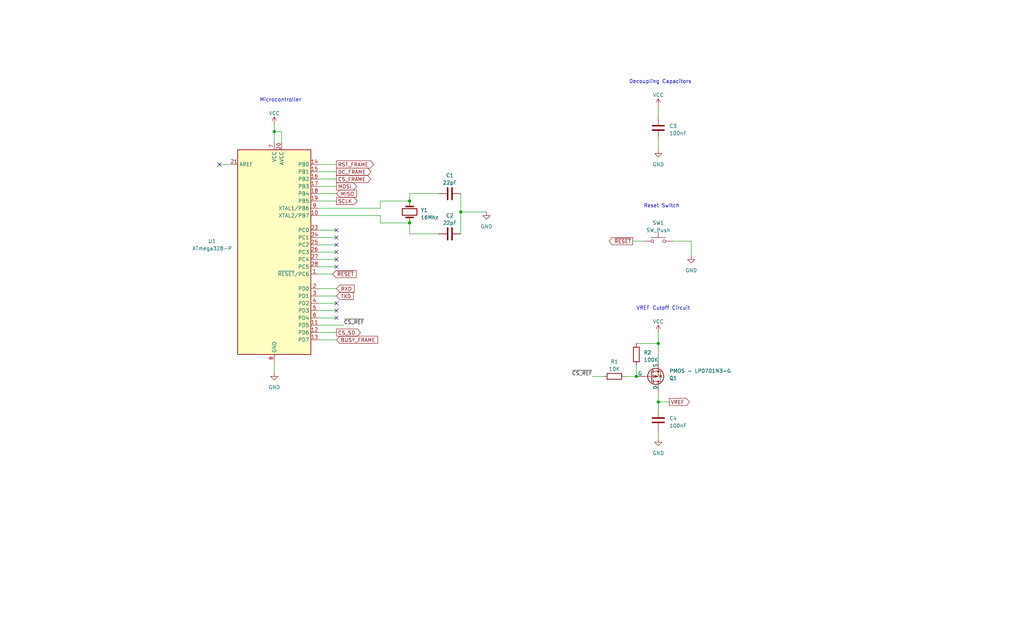
<source format=kicad_sch>
(kicad_sch (version 20230121) (generator eeschema)
  (paper "USLegal")
  (title_block (title "Arduino Waveshare 7.3F e-paper Dislay") (date "2024-01-08") (rev "V02") (comment 2 "creativecommons.org/licenses/by/4.0") (comment 3 "License: CC BY 4.0") (comment 4 "Author: Robert Gorsegner"))
  (lib_symbols
    (symbol "Device:C" (pin_numbers hide) (pin_names (offset 0.254))
      (property "Reference" "C" (at 0.635 2.54 0))
      (property "Value" "C" (at 0.635 -2.54 0))
      (symbol "C_0_1"
        (polyline (pts (xy -2.032 -0.762) (xy 2.032 -0.762)) (stroke (width 0.508)))
        (polyline (pts (xy -2.032 0.762) (xy 2.032 0.762)) (stroke (width 0.508)))
      )
      (symbol "C_1_1"
        (pin passive line (at 0 3.81 270) (length 2.794) (name "~") (number "1"))
        (pin passive line (at 0 -3.81 90) (length 2.794) (name "~") (number "2"))
      )
    )
    (symbol "Device:Crystal" (pin_numbers hide) (pin_names (offset 1.016) hide)
      (property "Reference" "Y" (at 0 3.81 0))
      (property "Value" "Crystal" (at 0 -3.81 0))
      (symbol "Crystal_0_1"
        (rectangle (start -1.143 2.54) (end 1.143 -2.54) (stroke (width 0.3048)))
        (polyline (pts (xy -2.54 0) (xy -1.905 0)))
        (polyline (pts (xy -1.905 -1.27) (xy -1.905 1.27)) (stroke (width 0.508)))
        (polyline (pts (xy 1.905 -1.27) (xy 1.905 1.27)) (stroke (width 0.508)))
        (polyline (pts (xy 2.54 0) (xy 1.905 0)))
      )
      (symbol "Crystal_1_1"
        (pin passive line (at -3.81 0 0) (length 1.27) (name "1") (number "1"))
        (pin passive line (at 3.81 0 180) (length 1.27) (name "2") (number "2"))
      )
    )
    (symbol "Device:R" (pin_numbers hide) (pin_names (offset 0))
      (property "Reference" "R" (at 2.032 0 90))
      (property "Value" "R" (at 0 0 90))
      (symbol "R_0_1"
        (rectangle (start -1.016 -2.54) (end 1.016 2.54) (stroke (width 0.254)))
      )
      (symbol "R_1_1"
        (pin passive line (at 0 3.81 270) (length 1.27) (name "~") (number "1"))
        (pin passive line (at 0 -3.81 90) (length 1.27) (name "~") (number "2"))
      )
    )
    (symbol "MCU_Microchip_ATmega:ATmega328-P"
      (property "Reference" "U" (at -12.7 36.83 0))
      (property "Value" "ATmega328-P" (at 2.54 -36.83 0))
      (symbol "ATmega328-P_0_1"
        (rectangle (start -12.7 -35.56) (end 12.7 35.56) (stroke (width 0.254)) (fill (type background)))
      )
      (symbol "ATmega328-P_1_1"
        (pin bidirectional line (at 15.24 -7.62 180) (length 2.54) (name "~{RESET}/PC6") (number "1"))
        (pin bidirectional line (at 15.24 12.7 180) (length 2.54) (name "XTAL2/PB7") (number "10"))
        (pin bidirectional line (at 15.24 -25.4 180) (length 2.54) (name "PD5") (number "11"))
        (pin bidirectional line (at 15.24 -27.94 180) (length 2.54) (name "PD6") (number "12"))
        (pin bidirectional line (at 15.24 -30.48 180) (length 2.54) (name "PD7") (number "13"))
        (pin bidirectional line (at 15.24 30.48 180) (length 2.54) (name "PB0") (number "14"))
        (pin bidirectional line (at 15.24 27.94 180) (length 2.54) (name "PB1") (number "15"))
        (pin bidirectional line (at 15.24 25.4 180) (length 2.54) (name "PB2") (number "16"))
        (pin bidirectional line (at 15.24 22.86 180) (length 2.54) (name "PB3") (number "17"))
        (pin bidirectional line (at 15.24 20.32 180) (length 2.54) (name "PB4") (number "18"))
        (pin bidirectional line (at 15.24 17.78 180) (length 2.54) (name "PB5") (number "19"))
        (pin bidirectional line (at 15.24 -12.7 180) (length 2.54) (name "PD0") (number "2"))
        (pin power_in line (at 2.54 38.1 270) (length 2.54) (name "AVCC") (number "20"))
        (pin passive line (at -15.24 30.48 0) (length 2.54) (name "AREF") (number "21"))
        (pin passive line (at 0 -38.1 90) (length 2.54) hide (name "GND") (number "22"))
        (pin bidirectional line (at 15.24 7.62 180) (length 2.54) (name "PC0") (number "23"))
        (pin bidirectional line (at 15.24 5.08 180) (length 2.54) (name "PC1") (number "24"))
        (pin bidirectional line (at 15.24 2.54 180) (length 2.54) (name "PC2") (number "25"))
        (pin bidirectional line (at 15.24 0 180) (length 2.54) (name "PC3") (number "26"))
        (pin bidirectional line (at 15.24 -2.54 180) (length 2.54) (name "PC4") (number "27"))
        (pin bidirectional line (at 15.24 -5.08 180) (length 2.54) (name "PC5") (number "28"))
        (pin bidirectional line (at 15.24 -15.24 180) (length 2.54) (name "PD1") (number "3"))
        (pin bidirectional line (at 15.24 -17.78 180) (length 2.54) (name "PD2") (number "4"))
        (pin bidirectional line (at 15.24 -20.32 180) (length 2.54) (name "PD3") (number "5"))
        (pin bidirectional line (at 15.24 -22.86 180) (length 2.54) (name "PD4") (number "6"))
        (pin power_in line (at 0 38.1 270) (length 2.54) (name "VCC") (number "7"))
        (pin power_in line (at 0 -38.1 90) (length 2.54) (name "GND") (number "8"))
        (pin bidirectional line (at 15.24 15.24 180) (length 2.54) (name "XTAL1/PB6") (number "9"))
      )
    )
    (symbol "Simulation_SPICE:PMOS" (pin_numbers hide) (pin_names (offset 0))
      (property "Reference" "Q" (at 5.08 1.27 0))
      (property "Value" "PMOS" (at 5.08 -1.27 0))
      (symbol "PMOS_0_1"
        (polyline (pts (xy 0.254 0) (xy -2.54 0)))
        (polyline (pts (xy 0.254 1.905) (xy 0.254 -1.905)) (stroke (width 0.254)))
        (polyline (pts (xy 0.762 -1.27) (xy 0.762 -2.286)) (stroke (width 0.254)))
        (polyline (pts (xy 0.762 0.508) (xy 0.762 -0.508)) (stroke (width 0.254)))
        (polyline (pts (xy 0.762 2.286) (xy 0.762 1.27)) (stroke (width 0.254)))
        (polyline (pts (xy 2.54 2.54) (xy 2.54 1.778)))
        (polyline (pts (xy 2.54 -2.54) (xy 2.54 0) (xy 0.762 0)))
        (polyline (pts (xy 0.762 1.778) (xy 3.302 1.778) (xy 3.302 -1.778) (xy 0.762 -1.778)))
        (polyline (pts (xy 2.286 0) (xy 1.27 0.381) (xy 1.27 -0.381) (xy 2.286 0)) (fill (type outline)))
        (polyline (pts (xy 2.794 -0.508) (xy 2.921 -0.381) (xy 3.683 -0.381) (xy 3.81 -0.254)))
        (polyline (pts (xy 3.302 -0.381) (xy 2.921 0.254) (xy 3.683 0.254) (xy 3.302 -0.381)))
        (circle (center 1.651 0) (radius 2.794) (stroke (width 0.254)))
        (circle (center 2.54 -1.778) (radius 0.254) (fill (type outline)))
        (circle (center 2.54 1.778) (radius 0.254) (fill (type outline)))
      )
      (symbol "PMOS_1_1"
        (pin passive line (at 2.54 5.08 270) (length 2.54) (name "D") (number "1"))
        (pin input line (at -5.08 0 0) (length 2.54) (name "G") (number "2"))
        (pin passive line (at 2.54 -5.08 90) (length 2.54) (name "S") (number "3"))
      )
    )
    (symbol "Switch:SW_Push" (pin_numbers hide) (pin_names (offset 1.016) hide)
      (property "Reference" "SW" (at 1.27 2.54 0))
      (property "Value" "SW_Push" (at 0 -1.524 0))
      (symbol "SW_Push_0_1"
        (circle (center -2.032 0) (radius 0.508))
        (polyline (pts (xy 0 1.27) (xy 0 3.048)))
        (polyline (pts (xy 2.54 1.27) (xy -2.54 1.27)))
        (circle (center 2.032 0) (radius 0.508))
        (pin passive line (at -5.08 0 0) (length 2.54) (name "1") (number "1"))
        (pin passive line (at 5.08 0 180) (length 2.54) (name "2") (number "2"))
      )
    )
    (symbol "power:GND" (power) (pin_names (offset 0))
      (property "Value" "GND" (at 0 -3.81 0))
      (symbol "GND_0_1"
        (polyline (pts (xy 0 0) (xy 0 -1.27) (xy 1.27 -1.27) (xy 0 -2.54) (xy -1.27 -1.27) (xy 0 -1.27)))
      )
      (symbol "GND_1_1"
        (pin power_in line (at 0 0 270) (length 0) hide (name "GND") (number "1"))
      )
    )
    (symbol "power:VCC" (power) (pin_names (offset 0))
      (property "Value" "VCC" (at 0 3.81 0))
      (symbol "VCC_0_1"
        (polyline (pts (xy -0.762 1.27) (xy 0 2.54)))
        (polyline (pts (xy 0 0) (xy 0 2.54)))
        (polyline (pts (xy 0 2.54) (xy 0.762 1.27)))
      )
      (symbol "VCC_1_1"
        (pin power_in line (at 0 0 90) (length 0) hide (name "VCC") (number "1"))
      )
    )
  )
  (junction (at 220.98 130.81))
  (junction (at 142.24 77.47))
  (junction (at 160.02 73.66))
  (junction (at 228.6 139.7))
  (junction (at 142.24 69.85))
  (junction (at 95.25 45.72))
  (junction (at 228.6 119.38))
  (no_connect (at 116.84 87.63))
  (no_connect (at 116.84 85.09))
  (no_connect (at 116.84 90.17))
  (no_connect (at 76.2 57.15))
  (no_connect (at 116.84 105.41))
  (no_connect (at 116.84 92.71))
  (no_connect (at 116.84 110.49))
  (no_connect (at 116.84 107.95))
  (no_connect (at 116.84 80.01))
  (no_connect (at 116.84 82.55))
  (wire (pts (xy 228.6 149.86) (xy 228.6 152.4)))
  (wire (pts (xy 110.49 59.69) (xy 116.84 59.69)))
  (wire (pts (xy 110.49 69.85) (xy 116.84 69.85)))
  (wire (pts (xy 132.08 74.93) (xy 110.49 74.93)))
  (wire (pts (xy 110.49 82.55) (xy 116.84 82.55)))
  (wire (pts (xy 220.98 130.81) (xy 222.25 130.81)))
  (wire (pts (xy 95.25 45.72) (xy 95.25 49.53)))
  (wire (pts (xy 110.49 67.31) (xy 116.84 67.31)))
  (wire (pts (xy 95.25 125.73) (xy 95.25 129.54)))
  (wire (pts (xy 228.6 139.7) (xy 228.6 142.24)))
  (wire (pts (xy 132.08 69.85) (xy 142.24 69.85)))
  (wire (pts (xy 132.08 72.39) (xy 132.08 69.85)))
  (wire (pts (xy 110.49 72.39) (xy 132.08 72.39)))
  (wire (pts (xy 110.49 80.01) (xy 116.84 80.01)))
  (wire (pts (xy 110.49 95.25) (xy 115.57 95.25)))
  (wire (pts (xy 110.49 64.77) (xy 116.84 64.77)))
  (wire (pts (xy 142.24 67.31) (xy 142.24 69.85)))
  (wire (pts (xy 142.24 81.28) (xy 142.24 77.47)))
  (wire (pts (xy 110.49 110.49) (xy 116.84 110.49)))
  (wire (pts (xy 228.6 52.07) (xy 228.6 48.26)))
  (wire (pts (xy 97.79 45.72) (xy 95.25 45.72)))
  (wire (pts (xy 228.6 119.38) (xy 228.6 125.73)))
  (wire (pts (xy 228.6 36.83) (xy 228.6 40.64)))
  (wire (pts (xy 240.03 83.82) (xy 233.68 83.82)))
  (wire (pts (xy 110.49 105.41) (xy 116.84 105.41)))
  (wire (pts (xy 110.49 92.71) (xy 116.84 92.71)))
  (wire (pts (xy 110.49 102.87) (xy 116.84 102.87)))
  (wire (pts (xy 110.49 87.63) (xy 116.84 87.63)))
  (wire (pts (xy 228.6 115.57) (xy 228.6 119.38)))
  (wire (pts (xy 168.91 73.66) (xy 160.02 73.66)))
  (wire (pts (xy 228.6 119.38) (xy 220.98 119.38)))
  (wire (pts (xy 219.71 83.82) (xy 223.52 83.82)))
  (wire (pts (xy 205.74 130.81) (xy 209.55 130.81)))
  (wire (pts (xy 110.49 85.09) (xy 116.84 85.09)))
  (wire (pts (xy 95.25 43.18) (xy 95.25 45.72)))
  (wire (pts (xy 110.49 100.33) (xy 116.84 100.33)))
  (wire (pts (xy 152.4 67.31) (xy 142.24 67.31)))
  (wire (pts (xy 110.49 115.57) (xy 116.84 115.57)))
  (wire (pts (xy 160.02 73.66) (xy 160.02 81.28)))
  (wire (pts (xy 110.49 113.03) (xy 119.38 113.03)))
  (wire (pts (xy 110.49 90.17) (xy 116.84 90.17)))
  (wire (pts (xy 110.49 62.23) (xy 116.84 62.23)))
  (wire (pts (xy 97.79 45.72) (xy 97.79 49.53)))
  (wire (pts (xy 217.17 130.81) (xy 220.98 130.81)))
  (wire (pts (xy 160.02 67.31) (xy 160.02 73.66)))
  (wire (pts (xy 76.2 57.15) (xy 80.01 57.15)))
  (wire (pts (xy 232.41 139.7) (xy 228.6 139.7)))
  (wire (pts (xy 110.49 107.95) (xy 116.84 107.95)))
  (wire (pts (xy 110.49 118.11) (xy 116.84 118.11)))
  (wire (pts (xy 220.98 127) (xy 220.98 130.81)))
  (wire (pts (xy 240.03 88.9) (xy 240.03 83.82)))
  (wire (pts (xy 152.4 81.28) (xy 142.24 81.28)))
  (wire (pts (xy 142.24 77.47) (xy 132.08 77.47)))
  (wire (pts (xy 110.49 57.15) (xy 116.84 57.15)))
  (wire (pts (xy 228.6 139.7) (xy 228.6 135.89)))
  (wire (pts (xy 132.08 77.47) (xy 132.08 74.93)))
  (text "Reset Switch" (at 223.52 72.39 0) (effects (font (size 1.27 1.27)) (justify left bottom)))
  (text "Microcontroller" (at 90.17 35.56 0) (effects (font (size 1.27 1.27)) (justify left bottom)))
  (text "Decoupling Capacitors" (at 218.44 29.21 0) (effects (font (size 1.27 1.27)) (justify left bottom)))
  (text "VREF Cutoff Circuit" (at 220.98 107.95 0) (effects (font (size 1.27 1.27)) (justify left bottom)))
  (label "~{CS_REF}" (at 119.38 113.03 0))
  (label "~{CS_REF}" (at 205.74 130.81 180))
  (global_label "~{RESET}" (shape input) (at 115.57 95.25 0) (property "Intersheetrefs" "${INTERSHEET_REFS}" (effects hide)))
  (global_label "VREF" (shape output) (at 232.41 139.7 0) (property "Intersheetrefs" "${INTERSHEET_REFS}" (effects hide)))
  (global_label "RST_FRAME" (shape output) (at 116.84 57.15 0) (property "Intersheetrefs" "${INTERSHEET_REFS}" (effects hide)))
  (global_label "RXD" (shape input) (at 116.84 100.33 0) (property "Intersheetrefs" "${INTERSHEET_REFS}" (effects hide)))
  (global_label "BUSY_FRAME" (shape input) (at 116.84 118.11 0) (property "Intersheetrefs" "${INTERSHEET_REFS}" (effects hide)))
  (global_label "SCLK" (shape output) (at 116.84 69.85 0) (property "Intersheetrefs" "${INTERSHEET_REFS}" (effects hide)))
  (global_label "CS_SD" (shape output) (at 116.84 115.57 0) (property "Intersheetrefs" "${INTERSHEET_REFS}" (effects hide)))
  (global_label "TXD" (shape input) (at 116.84 102.87 0) (property "Intersheetrefs" "${INTERSHEET_REFS}" (effects hide)))
  (global_label "CS_FRAME" (shape output) (at 116.84 62.23 0) (property "Intersheetrefs" "${INTERSHEET_REFS}" (effects hide)))
  (global_label "MOSI" (shape output) (at 116.84 64.77 0) (property "Intersheetrefs" "${INTERSHEET_REFS}" (effects hide)))
  (global_label "~{RESET}" (shape output) (at 219.71 83.82 180) (property "Intersheetrefs" "${INTERSHEET_REFS}" (effects hide)))
  (global_label "MISO" (shape input) (at 116.84 67.31 0) (property "Intersheetrefs" "${INTERSHEET_REFS}" (effects hide)))
  (global_label "DC_FRAME" (shape output) (at 116.84 59.69 0) (property "Intersheetrefs" "${INTERSHEET_REFS}" (effects hide)))
  (symbol (lib_id "Device:C") (at 156.21 67.31 90) (unit 1)
    (property "Reference" "C1" (at 156.21 60.96 90))
    (property "Value" "22pF" (at 156.21 63.5 90))
    (property "Footprint" "Capacitor_THT:C_Disc_D5.0mm_W2.5mm_P2.50mm" (effects hide))
    (property "Datasheet" "https://www.digikey.com/en/products/detail/vishay-beyschlag-draloric-bc-components/K220J10C0GF5UH5/2821614" (effects hide))
  )
  (symbol (lib_id "power:GND") (at 95.25 129.54 0) (unit 1)
    (property "Reference" "#PWR02" (effects hide))
    (property "Value" "GND" (at 95.25 134.62 0))
  )
  (symbol (lib_id "Simulation_SPICE:PMOS") (at 226.06 130.81 0) (mirror x) (unit 1)
    (property "Reference" "Q1" (at 232.41 131.445 0) (effects (justify left)))
    (property "Value" "PMOS - LP0701N3-G" (at 232.41 128.905 0) (effects (justify left)))
    (property "Footprint" "Package_TO_SOT_THT:TO-92" (effects hide))
    (property "Datasheet" "https://www.digikey.com/en/products/detail/microchip-technology/lp0701n3-g/4902364" (effects hide))
    (property "Sim.Device" "PMOS" (effects hide))
    (property "Sim.Type" "VDMOS" (effects hide))
    (property "Sim.Pins" "1=S 2=G 3=D" (effects hide))
  )
  (symbol (lib_id "power:GND") (at 168.91 73.66 0) (unit 1)
    (property "Reference" "#PWR03" (effects hide))
    (property "Value" "GND" (at 168.91 78.74 0))
  )
  (symbol (lib_id "Device:R") (at 220.98 123.19 0) (unit 1)
    (property "Reference" "R2" (at 223.52 122.555 0) (effects (justify left)))
    (property "Value" "100K" (at 223.52 125.095 0) (effects (justify left)))
    (property "Footprint" "Resistor_THT:R_Axial_DIN0207_L6.3mm_D2.5mm_P10.16mm_Horizontal" (effects hide))
    (property "Datasheet" "https://www.digikey.com/en/products/detail/stackpole-electronics-inc/RNF14BTE100K/1682686" (effects hide))
  )
  (symbol (lib_id "power:GND") (at 228.6 52.07 0) (unit 1)
    (property "Reference" "#PWR05" (effects hide))
    (property "Value" "GND" (at 228.6 57.15 0))
  )
  (symbol (lib_id "power:VCC") (at 228.6 36.83 0) (unit 1)
    (property "Reference" "#PWR04" (effects hide))
    (property "Value" "VCC" (at 228.6 33.02 0))
  )
  (symbol (lib_id "power:GND") (at 240.03 88.9 0) (unit 1)
    (property "Reference" "#PWR06" (effects hide))
    (property "Value" "GND" (at 240.03 93.98 0))
  )
  (symbol (lib_id "Device:C") (at 228.6 146.05 0) (unit 1)
    (property "Reference" "C4" (at 232.41 145.415 0) (effects (justify left)))
    (property "Value" "100nF" (at 232.41 147.955 0) (effects (justify left)))
    (property "Footprint" "Capacitor_THT:C_Disc_D5.0mm_W2.5mm_P2.50mm" (effects hide))
    (property "Datasheet" "https://www.digikey.com/en/products/detail/vishay-beyschlag-draloric-bc-components/K104K15X7RF53H5G/13279844" (effects hide))
  )
  (symbol (lib_id "Device:C") (at 228.6 44.45 0) (unit 1)
    (property "Reference" "C3" (at 232.41 43.815 0) (effects (justify left)))
    (property "Value" "100nF" (at 232.41 46.355 0) (effects (justify left)))
    (property "Footprint" "Capacitor_THT:C_Disc_D5.0mm_W2.5mm_P2.50mm" (effects hide))
    (property "Datasheet" "https://www.digikey.com/en/products/detail/vishay-beyschlag-draloric-bc-components/K104K15X7RF53H5G/13279844" (effects hide))
  )
  (symbol (lib_id "Device:R") (at 213.36 130.81 90) (unit 1)
    (property "Reference" "R1" (at 213.36 125.73 90))
    (property "Value" "10K" (at 213.36 128.27 90))
    (property "Footprint" "Resistor_THT:R_Axial_DIN0207_L6.3mm_D2.5mm_P10.16mm_Horizontal" (effects hide))
    (property "Datasheet" "https://www.digikey.com/en/products/detail/stackpole-electronics-inc/CF14JT10K0/1741265" (effects hide))
  )
  (symbol (lib_id "MCU_Microchip_ATmega:ATmega328-P") (at 95.25 87.63 0) (unit 1)
    (property "Reference" "U1" (at 73.66 83.82 0))
    (property "Value" "ATmega328-P" (at 73.66 86.36 0))
    (property "Footprint" "Package_DIP:DIP-28_W7.62mm" (effects hide))
    (property "Datasheet" "http://ww1.microchip.com/downloads/en/DeviceDoc/ATmega328_P%20AVR%20MCU%20with%20picoPower%20Technology%20Data%20Sheet%2040001984A.pdf" (effects hide))
  )
  (symbol (lib_id "Device:C") (at 156.21 81.28 90) (unit 1)
    (property "Reference" "C2" (at 156.21 74.93 90))
    (property "Value" "22pF" (at 156.21 77.47 90))
    (property "Footprint" "Capacitor_THT:C_Disc_D5.0mm_W2.5mm_P2.50mm" (effects hide))
    (property "Datasheet" "https://www.digikey.com/en/products/detail/vishay-beyschlag-draloric-bc-components/K220J10C0GF5UH5/2821614" (effects hide))
  )
  (symbol (lib_id "Switch:SW_Push") (at 228.6 83.82 0) (unit 1)
    (property "Reference" "SW1" (at 228.6 77.47 0))
    (property "Value" "SW_Push" (at 228.6 80.01 0))
    (property "Footprint" "Button_Switch_THT:SW_PUSH_6mm_H5mm" (effects hide))
    (property "Datasheet" "https://www.digikey.com/en/products/detail/omron-electronics-inc-emc-div/B3F-1000/33150" (effects hide))
  )
  (symbol (lib_id "power:GND") (at 228.6 152.4 0) (unit 1)
    (property "Reference" "#PWR017" (effects hide))
    (property "Value" "GND" (at 228.6 157.48 0))
  )
  (symbol (lib_id "Device:Crystal") (at 142.24 73.66 90) (unit 1)
    (property "Reference" "Y1" (at 146.05 73.025 90) (effects (justify right)))
    (property "Value" "16Mhz" (at 146.05 75.565 90) (effects (justify right)))
    (property "Footprint" "Crystal:Crystal_HC49-4H_Vertical" (effects hide))
    (property "Datasheet" "https://www.digikey.com/en/products/detail/ecs-inc/ECS-160-20-1X/827525" (effects hide))
  )
  (symbol (lib_id "power:VCC") (at 95.25 43.18 0) (unit 1)
    (property "Reference" "#PWR01" (effects hide))
    (property "Value" "VCC" (at 95.25 39.37 0))
  )
  (symbol (lib_id "power:VCC") (at 228.6 115.57 0) (unit 1)
    (property "Reference" "#PWR07" (effects hide))
    (property "Value" "VCC" (at 228.6 111.76 0))
  )
)
</source>
